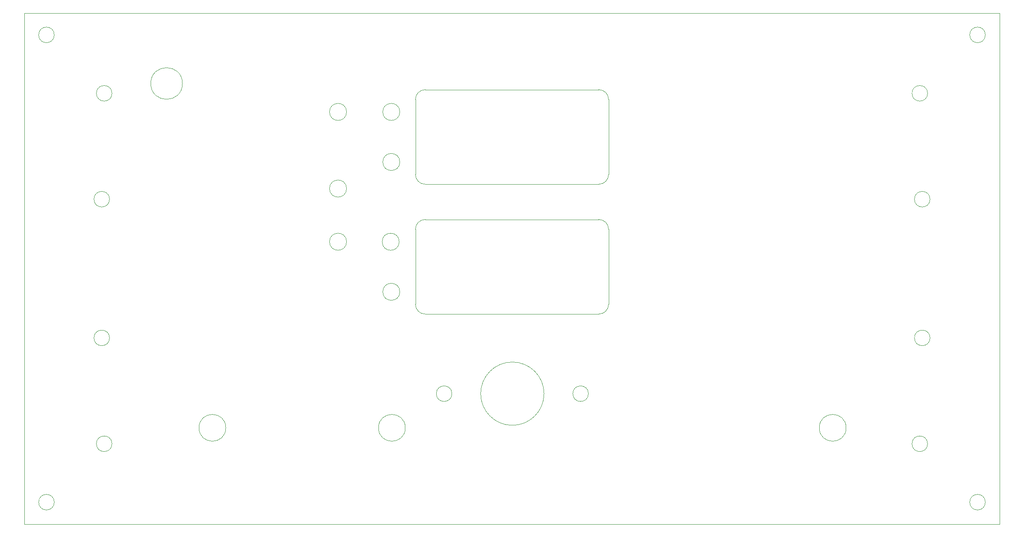
<source format=gbr>
%TF.GenerationSoftware,KiCad,Pcbnew,7.0.9*%
%TF.CreationDate,2024-04-16T23:51:44+02:00*%
%TF.ProjectId,frontplate,66726f6e-7470-46c6-9174-652e6b696361,rev?*%
%TF.SameCoordinates,Original*%
%TF.FileFunction,Profile,NP*%
%FSLAX46Y46*%
G04 Gerber Fmt 4.6, Leading zero omitted, Abs format (unit mm)*
G04 Created by KiCad (PCBNEW 7.0.9) date 2024-04-16 23:51:44*
%MOMM*%
%LPD*%
G01*
G04 APERTURE LIST*
%TA.AperFunction,Profile*%
%ADD10C,0.050000*%
%TD*%
G04 APERTURE END LIST*
D10*
X38933000Y-150208000D02*
X38933000Y-45208000D01*
X238933000Y-45208000D02*
X238933000Y-150208000D01*
X38933000Y-45208000D02*
X238933000Y-45208000D01*
X115796000Y-92202000D02*
G75*
G03*
X115796000Y-92202000I-1750000J0D01*
G01*
X105001000Y-92202000D02*
G75*
G03*
X105001000Y-92202000I-1750000J0D01*
G01*
X115923000Y-75819000D02*
G75*
G03*
X115923000Y-75819000I-1750000J0D01*
G01*
X115923000Y-65532000D02*
G75*
G03*
X115923000Y-65532000I-1750000J0D01*
G01*
X105001000Y-65532000D02*
G75*
G03*
X105001000Y-65532000I-1750000J0D01*
G01*
X207474000Y-130429000D02*
G75*
G03*
X207474000Y-130429000I-2750000J0D01*
G01*
X117050000Y-130429000D02*
G75*
G03*
X117050000Y-130429000I-2750000J0D01*
G01*
X80230000Y-130429000D02*
G75*
G03*
X80230000Y-130429000I-2750000J0D01*
G01*
X71332000Y-59690000D02*
G75*
G03*
X71332000Y-59690000I-3250000J0D01*
G01*
X119126000Y-78391000D02*
X119126000Y-62960000D01*
X119126000Y-105061000D02*
X119126000Y-89630000D01*
X158750000Y-89630000D02*
X158750000Y-105061000D01*
X121126000Y-87630000D02*
X156750000Y-87630000D01*
X156750000Y-107061000D02*
X121126000Y-107061000D01*
X56878000Y-61708000D02*
G75*
G03*
X56878000Y-61708000I-1600000J0D01*
G01*
X56878000Y-133708000D02*
G75*
G03*
X56878000Y-133708000I-1600000J0D01*
G01*
X224188000Y-61708000D02*
G75*
G03*
X224188000Y-61708000I-1600000J0D01*
G01*
X236033000Y-49708000D02*
G75*
G03*
X236033000Y-49708000I-1600000J0D01*
G01*
X154608000Y-123413000D02*
G75*
G03*
X154608000Y-123413000I-1600000J0D01*
G01*
X224188000Y-133708000D02*
G75*
G03*
X224188000Y-133708000I-1600000J0D01*
G01*
X236033000Y-145708000D02*
G75*
G03*
X236033000Y-145708000I-1600000J0D01*
G01*
X56378000Y-111958000D02*
G75*
G03*
X56378000Y-111958000I-1600000J0D01*
G01*
X224688000Y-83458000D02*
G75*
G03*
X224688000Y-83458000I-1600000J0D01*
G01*
X224688000Y-111958000D02*
G75*
G03*
X224688000Y-111958000I-1600000J0D01*
G01*
X238933000Y-150208000D02*
X38933000Y-150208000D01*
X45033000Y-145708000D02*
G75*
G03*
X45033000Y-145708000I-1600000J0D01*
G01*
X45033000Y-49708000D02*
G75*
G03*
X45033000Y-49708000I-1600000J0D01*
G01*
X121126000Y-60960000D02*
G75*
G03*
X119126000Y-62960000I0J-2000000D01*
G01*
X105001000Y-81280000D02*
G75*
G03*
X105001000Y-81280000I-1750000J0D01*
G01*
X56378000Y-83458000D02*
G75*
G03*
X56378000Y-83458000I-1600000J0D01*
G01*
X126608000Y-123413000D02*
G75*
G03*
X126608000Y-123413000I-1600000J0D01*
G01*
X158750000Y-62960000D02*
G75*
G03*
X156750000Y-60960000I-2000000J0D01*
G01*
X121126000Y-60960000D02*
X156750000Y-60960000D01*
X158750000Y-89630000D02*
G75*
G03*
X156750000Y-87630000I-2000000J0D01*
G01*
X145508000Y-123413000D02*
G75*
G03*
X145508000Y-123413000I-6500000J0D01*
G01*
X156750000Y-107061000D02*
G75*
G03*
X158750000Y-105061000I0J2000000D01*
G01*
X121126000Y-87630000D02*
G75*
G03*
X119126000Y-89630000I0J-2000000D01*
G01*
X156750000Y-80391000D02*
G75*
G03*
X158750000Y-78391000I0J2000000D01*
G01*
X119126000Y-78391000D02*
G75*
G03*
X121126000Y-80391000I2000000J0D01*
G01*
X119126000Y-105061000D02*
G75*
G03*
X121126000Y-107061000I2000000J0D01*
G01*
X158750000Y-62960000D02*
X158750000Y-78391000D01*
X156750000Y-80391000D02*
X121126000Y-80391000D01*
X115923000Y-102489000D02*
G75*
G03*
X115923000Y-102489000I-1750000J0D01*
G01*
M02*

</source>
